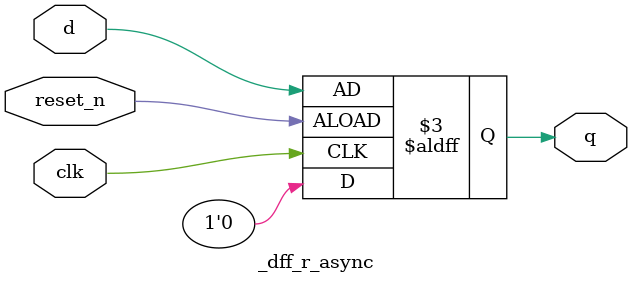
<source format=v>
module _dff_r_async(q, clk, reset_n, d); 
	input clk, reset_n, d;	//clock, active-low reset, data d
	output q;	//output
	reg q;
	
	//behavioral implementation
	always @(posedge clk or negedge reset_n) 
	begin
		if (reset_n == 0) q <= d; // reset = 0, then q = 0
		else q <= 1'b0; // reset = 1, then q = d
	end
endmodule 

</source>
